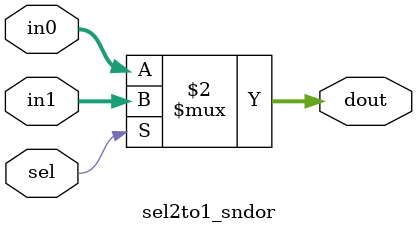
<source format=v>
module sel2to1_sndor(in0, in1, sel, dout);
input [1:0] in0, in1;
input sel;
output [1:0] dout;

assign dout = (sel == 1'b1)? in1 : in0;

endmodule
</source>
